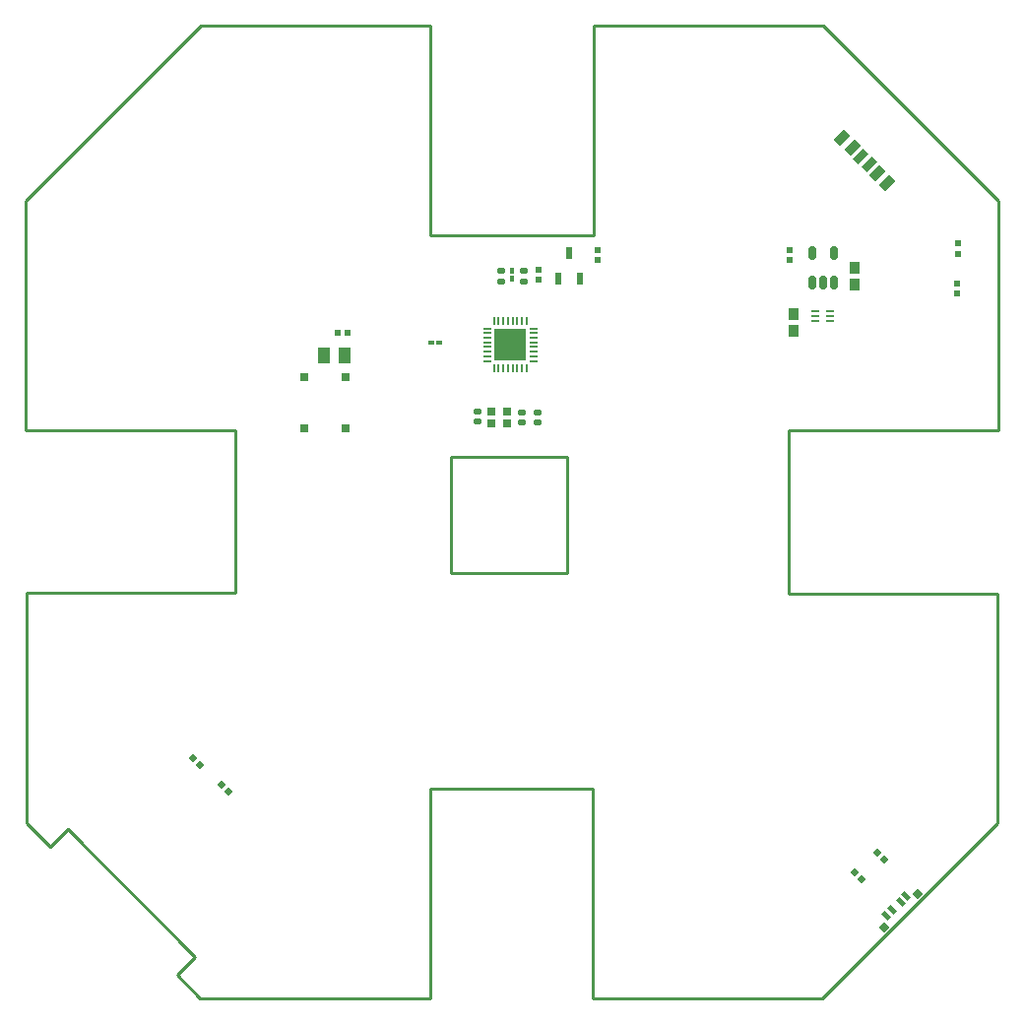
<source format=gtp>
G04*
G04 #@! TF.GenerationSoftware,Altium Limited,Altium Designer,21.8.1 (53)*
G04*
G04 Layer_Color=8421504*
%FSLAX42Y42*%
%MOMM*%
G71*
G04*
G04 #@! TF.SameCoordinates,4C7B3126-2604-42B9-8956-4212446E7276*
G04*
G04*
G04 #@! TF.FilePolarity,Positive*
G04*
G01*
G75*
%ADD14C,0.25*%
%ADD17R,0.70X0.70*%
%ADD18R,0.93X1.01*%
%ADD19R,0.60X0.54*%
G04:AMPARAMS|DCode=20|XSize=0.65mm|YSize=0.2mm|CornerRadius=0.03mm|HoleSize=0mm|Usage=FLASHONLY|Rotation=0.000|XOffset=0mm|YOffset=0mm|HoleType=Round|Shape=RoundedRectangle|*
%AMROUNDEDRECTD20*
21,1,0.65,0.15,0,0,0.0*
21,1,0.60,0.20,0,0,0.0*
1,1,0.05,0.30,-0.08*
1,1,0.05,-0.30,-0.08*
1,1,0.05,-0.30,0.08*
1,1,0.05,0.30,0.08*
%
%ADD20ROUNDEDRECTD20*%
G04:AMPARAMS|DCode=21|XSize=1.22mm|YSize=0.6mm|CornerRadius=0.15mm|HoleSize=0mm|Usage=FLASHONLY|Rotation=90.000|XOffset=0mm|YOffset=0mm|HoleType=Round|Shape=RoundedRectangle|*
%AMROUNDEDRECTD21*
21,1,1.22,0.30,0,0,90.0*
21,1,0.92,0.60,0,0,90.0*
1,1,0.30,0.15,0.46*
1,1,0.30,0.15,-0.46*
1,1,0.30,-0.15,-0.46*
1,1,0.30,-0.15,0.46*
%
%ADD21ROUNDEDRECTD21*%
G04:AMPARAMS|DCode=22|XSize=0.7mm|YSize=1.2mm|CornerRadius=0mm|HoleSize=0mm|Usage=FLASHONLY|Rotation=135.000|XOffset=0mm|YOffset=0mm|HoleType=Round|Shape=Rectangle|*
%AMROTATEDRECTD22*
4,1,4,0.67,0.18,-0.18,-0.67,-0.67,-0.18,0.18,0.67,0.67,0.18,0.0*
%
%ADD22ROTATEDRECTD22*%

G04:AMPARAMS|DCode=23|XSize=0.76mm|YSize=1.2mm|CornerRadius=0mm|HoleSize=0mm|Usage=FLASHONLY|Rotation=135.000|XOffset=0mm|YOffset=0mm|HoleType=Round|Shape=Rectangle|*
%AMROTATEDRECTD23*
4,1,4,0.69,0.16,-0.16,-0.69,-0.69,-0.16,0.16,0.69,0.69,0.16,0.0*
%
%ADD23ROTATEDRECTD23*%

G04:AMPARAMS|DCode=24|XSize=0.8mm|YSize=1.2mm|CornerRadius=0mm|HoleSize=0mm|Usage=FLASHONLY|Rotation=135.000|XOffset=0mm|YOffset=0mm|HoleType=Round|Shape=Rectangle|*
%AMROTATEDRECTD24*
4,1,4,0.71,0.14,-0.14,-0.71,-0.71,-0.14,0.14,0.71,0.71,0.14,0.0*
%
%ADD24ROTATEDRECTD24*%

%ADD25R,1.08X1.42*%
%ADD26R,0.50X0.30*%
%ADD27R,0.54X0.60*%
%ADD28R,0.60X1.05*%
%ADD29R,0.60X0.59*%
%ADD30R,0.75X0.70*%
G04:AMPARAMS|DCode=31|XSize=0.6mm|YSize=0.54mm|CornerRadius=0.14mm|HoleSize=0mm|Usage=FLASHONLY|Rotation=180.000|XOffset=0mm|YOffset=0mm|HoleType=Round|Shape=RoundedRectangle|*
%AMROUNDEDRECTD31*
21,1,0.60,0.25,0,0,180.0*
21,1,0.31,0.54,0,0,180.0*
1,1,0.29,-0.16,0.13*
1,1,0.29,0.16,0.13*
1,1,0.29,0.16,-0.13*
1,1,0.29,-0.16,-0.13*
%
%ADD31ROUNDEDRECTD31*%
%ADD32R,2.80X2.80*%
%ADD33R,0.20X0.80*%
%ADD34R,0.80X0.20*%
G04:AMPARAMS|DCode=35|XSize=0.66mm|YSize=0.63mm|CornerRadius=0mm|HoleSize=0mm|Usage=FLASHONLY|Rotation=45.000|XOffset=0mm|YOffset=0mm|HoleType=Round|Shape=Rectangle|*
%AMROTATEDRECTD35*
4,1,4,-0.01,-0.46,-0.46,-0.01,0.01,0.46,0.46,0.01,-0.01,-0.46,0.0*
%
%ADD35ROTATEDRECTD35*%

G04:AMPARAMS|DCode=36|XSize=0.4mm|YSize=0.8mm|CornerRadius=0mm|HoleSize=0mm|Usage=FLASHONLY|Rotation=45.000|XOffset=0mm|YOffset=0mm|HoleType=Round|Shape=Rectangle|*
%AMROTATEDRECTD36*
4,1,4,0.14,-0.42,-0.42,0.14,-0.14,0.42,0.42,-0.14,0.14,-0.42,0.0*
%
%ADD36ROTATEDRECTD36*%

G04:AMPARAMS|DCode=37|XSize=0.54mm|YSize=0.6mm|CornerRadius=0mm|HoleSize=0mm|Usage=FLASHONLY|Rotation=315.000|XOffset=0mm|YOffset=0mm|HoleType=Round|Shape=Rectangle|*
%AMROTATEDRECTD37*
4,1,4,-0.40,-0.02,0.02,0.40,0.40,0.02,-0.02,-0.40,-0.40,-0.02,0.0*
%
%ADD37ROTATEDRECTD37*%

%ADD38R,0.30X0.50*%
D14*
X5725Y128D02*
X5727Y126D01*
X3756Y3782D02*
Y4782D01*
Y3782D02*
X4756D01*
Y4782D01*
X3756D02*
X4756D01*
X1401Y324D02*
X1598Y126D01*
X3577D01*
Y1926D01*
X4977D01*
X4977Y126D02*
X4977Y1926D01*
X4977Y126D02*
X6952D01*
X8457Y1632D01*
Y3607D01*
X6657D02*
X8457D01*
X6657D02*
Y5007D01*
X8463D01*
Y6982D01*
X6957Y8487D02*
X8463Y6982D01*
X6957Y8488D02*
X6957Y8487D01*
X4982Y8488D02*
X6957D01*
X4982Y6686D02*
Y8488D01*
X3582Y6686D02*
X4982D01*
X3582D02*
Y8488D01*
X1607D02*
X3582D01*
X101Y6983D02*
X1607Y8488D01*
X101Y5008D02*
Y6983D01*
Y5008D02*
X1906D01*
Y3608D02*
Y5008D01*
X106Y3608D02*
X1906D01*
X106Y1633D02*
Y3608D01*
Y1633D02*
X312Y1427D01*
X460Y1576D01*
X1556Y480D01*
X1401Y324D02*
X1556Y480D01*
D17*
X2499Y5468D02*
D03*
Y5022D02*
D03*
X2849D02*
D03*
Y5468D02*
D03*
D18*
X7225Y6264D02*
D03*
Y6406D02*
D03*
X6706Y5867D02*
D03*
Y6009D02*
D03*
D19*
X6668Y6560D02*
D03*
Y6474D02*
D03*
X8109Y6274D02*
D03*
Y6188D02*
D03*
X8119Y6528D02*
D03*
Y6614D02*
D03*
D20*
X7017Y6032D02*
D03*
Y5992D02*
D03*
Y5952D02*
D03*
X6892D02*
D03*
Y5992D02*
D03*
Y6032D02*
D03*
D21*
X6860Y6281D02*
D03*
X6955D02*
D03*
X7050D02*
D03*
Y6530D02*
D03*
X6860D02*
D03*
D22*
X7280Y7365D02*
D03*
X7351Y7294D02*
D03*
D23*
X7208Y7437D02*
D03*
X7423Y7222D02*
D03*
D24*
X7121Y7524D02*
D03*
X7510Y7135D02*
D03*
D25*
X2842Y5650D02*
D03*
X2663D02*
D03*
D26*
X3655Y5765D02*
D03*
X3585D02*
D03*
D27*
X2783Y5849D02*
D03*
X2869D02*
D03*
D28*
X4774Y6531D02*
D03*
X4869Y6311D02*
D03*
X4679D02*
D03*
D29*
X5016Y6557D02*
D03*
Y6473D02*
D03*
X4510Y6305D02*
D03*
Y6389D02*
D03*
D30*
X4102Y5071D02*
D03*
X4237D02*
D03*
Y5171D02*
D03*
X4102D02*
D03*
D31*
X3981Y5170D02*
D03*
Y5084D02*
D03*
X4365Y5079D02*
D03*
Y5165D02*
D03*
X4503Y5078D02*
D03*
Y5164D02*
D03*
X4384Y6377D02*
D03*
Y6291D02*
D03*
X4185Y6377D02*
D03*
Y6291D02*
D03*
D32*
X4267Y5745D02*
D03*
D33*
X4127Y5945D02*
D03*
X4167D02*
D03*
X4207D02*
D03*
X4247D02*
D03*
X4287D02*
D03*
X4327D02*
D03*
X4367D02*
D03*
X4407D02*
D03*
Y5545D02*
D03*
X4367D02*
D03*
X4327D02*
D03*
X4287D02*
D03*
X4247D02*
D03*
X4207D02*
D03*
X4167D02*
D03*
X4127D02*
D03*
D34*
X4067Y5605D02*
D03*
Y5645D02*
D03*
Y5685D02*
D03*
Y5725D02*
D03*
Y5765D02*
D03*
Y5805D02*
D03*
Y5845D02*
D03*
Y5885D02*
D03*
X4467D02*
D03*
Y5725D02*
D03*
Y5685D02*
D03*
Y5645D02*
D03*
Y5605D02*
D03*
Y5765D02*
D03*
Y5805D02*
D03*
Y5845D02*
D03*
D35*
X7483Y736D02*
D03*
X7768Y1021D02*
D03*
D36*
X7499Y834D02*
D03*
X7547Y882D02*
D03*
X7622Y957D02*
D03*
X7670Y1005D02*
D03*
D37*
X1784Y1959D02*
D03*
X1845Y1898D02*
D03*
X1596Y2132D02*
D03*
X1536Y2192D02*
D03*
X7483Y1318D02*
D03*
X7422Y1379D02*
D03*
X7290Y1148D02*
D03*
X7229Y1209D02*
D03*
D38*
X4284Y6311D02*
D03*
Y6381D02*
D03*
M02*

</source>
